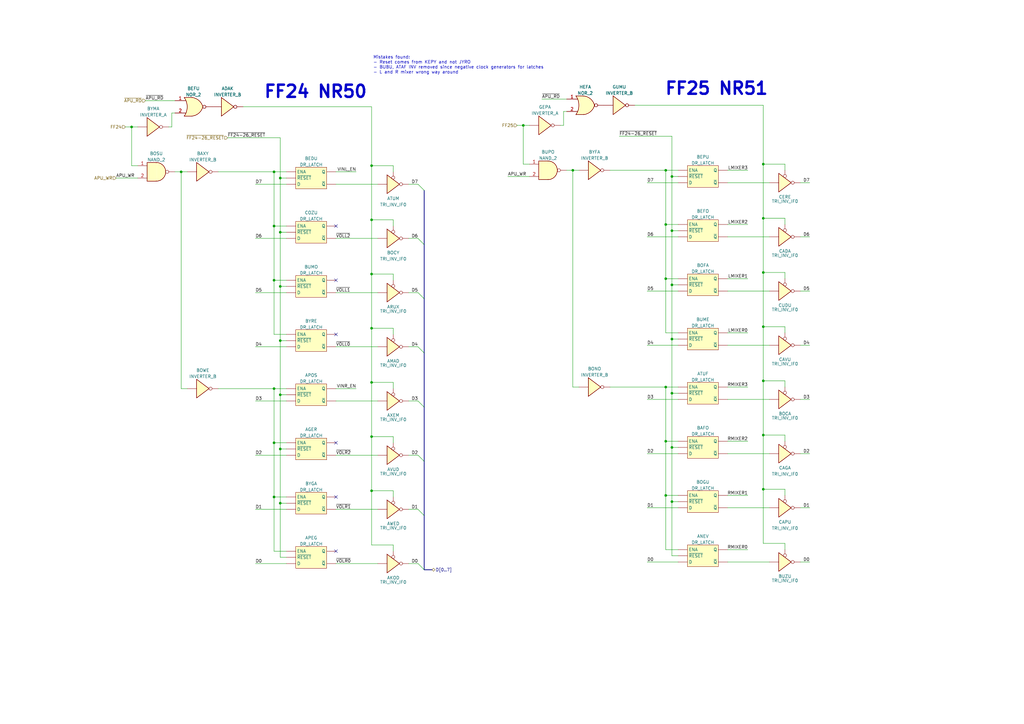
<source format=kicad_sch>
(kicad_sch (version 20211123) (generator eeschema)
  (paper "A3")
  (title_block (title "DMG CPU B") (date "2022-05-02") (rev "0") (company "CC-BY-SA-4.0 Régis Galland & Michael Singer -- Derived work from Furrtek") (comment 1 "https://github.com/msinger/dmg-schematics"))
  (lib_symbols
    (symbol "DMG_CPU_Cells:DR_LATCH" (pin_numbers hide)
      (property "Reference" "U" (at 0 5.715 0))
      (property "Value" "DR_LATCH" (at 0 -5.715 0))
      (symbol "DR_LATCH_0_1"
        (rectangle (start -6.35 4.445) (end 6.35 -4.445) (fill (type background)))
      )
      (symbol "DR_LATCH_1_1"
        (pin input line (at -10.16 2.54 0) (length 3.81) hide (name "~{ENA}") (number "1"))
        (pin input line (at -10.16 -2.54 0) (length 3.81) (name "D") (number "2"))
        (pin input line (at -10.16 2.54 0) (length 3.81) (name "ENA") (number "3"))
        (pin input line (at -10.16 0 0) (length 3.81) (name "~{RESET}") (number "4"))
        (pin output line (at 10.16 2.54 180) (length 3.81) (name "Q") (number "5"))
        (pin output line (at 10.16 -2.54 180) (length 3.81) (name "~{Q}") (number "6"))
      )
    )
    (symbol "DMG_CPU_Cells:INVERTER_A" (pin_numbers hide) (pin_names hide)
      (property "Reference" "U?" (at 0 5.08 0))
      (property "Value" "INVERTER_A" (at 0 -5.08 0))
      (symbol "INVERTER_A_1_0"
        (polyline (pts (xy -2.54 3.81) (xy -2.54 -3.81) (xy 2.54 0) (xy -2.54 3.81)) (stroke (width 0.254)) (fill (type background)))
        (pin input line (at -6.35 0 0) (length 3.81) (name "~") (number "1"))
        (pin output inverted (at 6.35 0 180) (length 3.81) (name "~") (number "2"))
      )
    )
    (symbol "DMG_CPU_Cells:INVERTER_B" (pin_numbers hide) (pin_names hide)
      (property "Reference" "U?" (at 0 5.08 0))
      (property "Value" "INVERTER_B" (at 0 -5.08 0))
      (symbol "INVERTER_B_1_0"
        (polyline (pts (xy -2.54 3.81) (xy -2.54 -3.81) (xy 2.54 0) (xy -2.54 3.81)) (stroke (width 0.254)) (fill (type background)))
        (pin input line (at -6.35 0 0) (length 3.81) (name "~") (number "1"))
        (pin output inverted (at 6.35 0 180) (length 3.81) (name "~") (number "2"))
      )
    )
    (symbol "DMG_CPU_Cells:NAND_2" (pin_names hide)
      (property "Reference" "U" (at 0 5.08 0))
      (property "Value" "NAND_2" (at 0 -5.08 0))
      (symbol "NAND_2_1_1"
        (arc (start 0 -3.81) (mid 3.81 0) (end 0 3.81) (stroke (width 0.254)) (fill (type background)))
        (polyline (pts (xy 0 3.81) (xy -3.81 3.81) (xy -3.81 -3.81) (xy 0 -3.81)) (stroke (width 0.254)) (fill (type background)))
        (pin input line (at -7.62 2.54 0) (length 3.81) (name "~") (number "1"))
        (pin input line (at -7.62 -2.54 0) (length 3.81) (name "~") (number "2"))
        (pin output inverted (at 7.62 0 180) (length 3.81) (name "~") (number "3"))
      )
    )
    (symbol "DMG_CPU_Cells:NOR_2" (pin_names hide)
      (property "Reference" "U" (at 0 5.08 0))
      (property "Value" "NOR_2" (at 0 -5.08 0))
      (symbol "NOR_2_1_1"
        (arc (start -3.8102 -3.81) (mid -2.5892 0) (end -3.8102 3.81) (stroke (width 0.254)))
        (arc (start -0.6098 -3.81) (mid 2.1853 -2.584) (end 3.8098 0) (stroke (width 0.254)) (fill (type background)))
        (polyline (pts (xy -3.8102 -3.81) (xy -0.6352 -3.81)) (stroke (width 0.254)) (fill (type background)))
        (polyline (pts (xy -3.8102 3.81) (xy -0.6352 3.81)) (stroke (width 0.254)) (fill (type background)))
        (polyline (pts (xy -0.6352 3.81) (xy -3.8102 3.81) (xy -3.8102 3.81) (xy -3.5562 3.4036) (xy -3.0228 2.2606) (xy -2.6926 1.0414) (xy -2.6164 -0.254) (xy -2.7688 -1.4986) (xy -3.1752 -2.7178) (xy -3.8102 -3.81) (xy -3.8102 -3.81) (xy -0.6352 -3.81)) (stroke (width -25.4)) (fill (type background)))
        (arc (start 3.8098 0) (mid 2.1926 2.5925) (end -0.6098 3.81) (stroke (width 0.254)) (fill (type background)))
        (pin input line (at -7.62 2.54 0) (length 4.4) (name "~") (number "1"))
        (pin input line (at -7.62 -2.54 0) (length 4.4) (name "~") (number "2"))
        (pin output inverted (at 7.62 0 180) (length 3.81) (name "~") (number "3"))
      )
    )
    (symbol "DMG_CPU_Cells:TRI_INV_IF0" (pin_numbers hide) (pin_names hide)
      (property "Reference" "U?" (at 0 -5.08 0))
      (property "Value" "TRI_INV_IF0" (at 0 -7.62 0))
      (symbol "TRI_INV_IF0_1_0"
        (polyline (pts (xy -2.54 3.81) (xy -2.54 -3.81) (xy 2.54 0) (xy -2.54 3.81)) (stroke (width 0.254)) (fill (type background)))
        (pin input line (at -6.35 0 0) (length 3.81) (name "~") (number "2"))
        (pin tri_state inverted (at 6.35 0 180) (length 3.81) (name "~") (number "3"))
      )
      (symbol "TRI_INV_IF0_1_1"
        (pin input inverted (at 0 5.08 270) (length 3) (name "~{ENA}") (number "1"))
      )
    )
  )
  (junction (at 112.395 159.385))
  (junction (at 114.935 117.475))
  (junction (at 275.59 72.39))
  (junction (at 112.395 114.935))
  (junction (at 114.935 139.7))
  (junction (at 273.05 92.075))
  (junction (at 273.05 114.3))
  (junction (at 112.395 92.71))
  (junction (at 273.05 69.85))
  (junction (at 152.4 134.62))
  (junction (at 275.59 205.74))
  (junction (at 313.055 178.435))
  (junction (at 214.63 51.435))
  (junction (at 152.4 179.07))
  (junction (at 112.395 203.835))
  (junction (at 114.935 184.15))
  (junction (at 152.4 90.17))
  (junction (at 275.59 183.515))
  (junction (at 152.4 156.845))
  (junction (at 112.395 181.61))
  (junction (at 273.05 203.2))
  (junction (at 152.4 112.395))
  (junction (at 313.055 200.66))
  (junction (at 114.935 95.25))
  (junction (at 275.59 139.065))
  (junction (at 275.59 116.84))
  (junction (at 275.59 161.29))
  (junction (at 112.395 70.485))
  (junction (at 273.05 158.75))
  (junction (at 313.055 133.985))
  (junction (at 313.055 89.535))
  (junction (at 53.975 52.07))
  (junction (at 152.4 201.295))
  (junction (at 313.055 67.31))
  (junction (at 74.295 70.485))
  (junction (at 275.59 94.615))
  (junction (at 114.935 206.375))
  (junction (at 313.055 111.76))
  (junction (at 234.95 69.85))
  (junction (at 114.935 73.025))
  (junction (at 114.935 161.925))
  (junction (at 152.4 67.945))
  (junction (at 273.05 180.975))
  (junction (at 313.055 156.21))
  (no_connect (at 137.795 92.71))
  (no_connect (at 137.795 181.61))
  (no_connect (at 137.795 137.16))
  (no_connect (at 137.795 226.06))
  (no_connect (at 137.795 203.835))
  (no_connect (at 137.795 114.935))
  (bus_entry (at 171.45 75.565) (size 2.54 2.54))
  (bus_entry (at 171.45 142.24) (size 2.54 2.54))
  (bus_entry (at 171.45 120.015) (size 2.54 2.54))
  (bus_entry (at 171.45 97.79) (size 2.54 2.54))
  (bus_entry (at 171.45 164.465) (size 2.54 2.54))
  (bus_entry (at 171.45 186.69) (size 2.54 2.54))
  (bus_entry (at 171.45 231.14) (size 2.54 2.54))
  (bus_entry (at 171.45 208.915) (size 2.54 2.54))
  (wire (pts (xy 275.59 139.065) (xy 278.13 139.065)))
  (wire (pts (xy 167.64 97.79) (xy 171.45 97.79)))
  (wire (pts (xy 167.64 120.015) (xy 171.45 120.015)))
  (wire (pts (xy 273.05 69.85) (xy 273.05 92.075)))
  (wire (pts (xy 313.055 67.31) (xy 313.055 89.535)))
  (wire (pts (xy 167.64 186.69) (xy 171.45 186.69)))
  (wire (pts (xy 298.45 225.425) (xy 306.705 225.425)))
  (wire (pts (xy 273.05 180.975) (xy 278.13 180.975)))
  (wire (pts (xy 275.59 139.065) (xy 275.59 161.29)))
  (wire (pts (xy 275.59 183.515) (xy 278.13 183.515)))
  (wire (pts (xy 273.05 158.75) (xy 273.05 180.975)))
  (wire (pts (xy 74.295 159.385) (xy 76.835 159.385)))
  (wire (pts (xy 298.45 230.505) (xy 315.595 230.505)))
  (wire (pts (xy 298.45 92.075) (xy 306.705 92.075)))
  (wire (pts (xy 275.59 161.29) (xy 275.59 183.515)))
  (bus (pts (xy 173.99 211.455) (xy 173.99 233.68)))
  (wire (pts (xy 313.055 89.535) (xy 313.055 111.76)))
  (wire (pts (xy 53.975 52.07) (xy 56.515 52.07)))
  (wire (pts (xy 298.45 180.975) (xy 306.705 180.975)))
  (wire (pts (xy 313.055 200.66) (xy 321.945 200.66)))
  (wire (pts (xy 321.945 200.66) (xy 321.945 203.2)))
  (wire (pts (xy 53.975 52.07) (xy 53.975 67.945)))
  (wire (pts (xy 114.935 73.025) (xy 117.475 73.025)))
  (wire (pts (xy 70.485 46.355) (xy 71.755 46.355)))
  (wire (pts (xy 275.59 94.615) (xy 278.13 94.615)))
  (wire (pts (xy 104.775 186.69) (xy 117.475 186.69)))
  (wire (pts (xy 114.935 73.025) (xy 114.935 95.25)))
  (wire (pts (xy 298.45 119.38) (xy 315.595 119.38)))
  (wire (pts (xy 167.64 208.915) (xy 171.45 208.915)))
  (wire (pts (xy 313.055 111.76) (xy 313.055 133.985)))
  (wire (pts (xy 222.25 40.64) (xy 232.41 40.64)))
  (wire (pts (xy 328.295 208.28) (xy 332.105 208.28)))
  (wire (pts (xy 152.4 67.945) (xy 152.4 90.17)))
  (wire (pts (xy 114.935 95.25) (xy 117.475 95.25)))
  (wire (pts (xy 265.43 119.38) (xy 278.13 119.38)))
  (wire (pts (xy 161.29 201.295) (xy 161.29 203.835)))
  (wire (pts (xy 275.59 94.615) (xy 275.59 116.84)))
  (wire (pts (xy 273.05 203.2) (xy 273.05 225.425)))
  (wire (pts (xy 161.29 67.945) (xy 161.29 70.485)))
  (wire (pts (xy 273.05 225.425) (xy 278.13 225.425)))
  (wire (pts (xy 328.295 119.38) (xy 332.105 119.38)))
  (wire (pts (xy 114.935 206.375) (xy 114.935 228.6)))
  (wire (pts (xy 328.295 230.505) (xy 332.105 230.505)))
  (wire (pts (xy 265.43 163.83) (xy 278.13 163.83)))
  (wire (pts (xy 328.295 97.155) (xy 332.105 97.155)))
  (bus (pts (xy 173.99 100.33) (xy 173.99 122.555)))
  (wire (pts (xy 137.795 75.565) (xy 154.94 75.565)))
  (wire (pts (xy 313.055 133.985) (xy 321.945 133.985)))
  (wire (pts (xy 89.535 70.485) (xy 112.395 70.485)))
  (wire (pts (xy 152.4 179.07) (xy 161.29 179.07)))
  (wire (pts (xy 152.4 223.52) (xy 161.29 223.52)))
  (wire (pts (xy 212.09 51.435) (xy 214.63 51.435)))
  (wire (pts (xy 313.055 67.31) (xy 321.945 67.31)))
  (wire (pts (xy 152.4 179.07) (xy 152.4 201.295)))
  (wire (pts (xy 112.395 114.935) (xy 117.475 114.935)))
  (wire (pts (xy 152.4 67.945) (xy 161.29 67.945)))
  (wire (pts (xy 313.055 200.66) (xy 313.055 222.885)))
  (wire (pts (xy 114.935 228.6) (xy 117.475 228.6)))
  (wire (pts (xy 137.795 97.79) (xy 154.94 97.79)))
  (wire (pts (xy 167.64 75.565) (xy 171.45 75.565)))
  (wire (pts (xy 298.45 69.85) (xy 306.705 69.85)))
  (wire (pts (xy 275.59 205.74) (xy 278.13 205.74)))
  (wire (pts (xy 313.055 222.885) (xy 321.945 222.885)))
  (wire (pts (xy 161.29 156.845) (xy 161.29 159.385)))
  (wire (pts (xy 321.945 178.435) (xy 321.945 180.975)))
  (wire (pts (xy 232.41 69.85) (xy 234.95 69.85)))
  (wire (pts (xy 275.59 55.88) (xy 275.59 72.39)))
  (wire (pts (xy 265.43 230.505) (xy 278.13 230.505)))
  (wire (pts (xy 104.775 120.015) (xy 117.475 120.015)))
  (wire (pts (xy 275.59 205.74) (xy 275.59 227.965)))
  (wire (pts (xy 71.755 70.485) (xy 74.295 70.485)))
  (wire (pts (xy 112.395 181.61) (xy 112.395 203.835)))
  (wire (pts (xy 152.4 134.62) (xy 161.29 134.62)))
  (wire (pts (xy 161.29 223.52) (xy 161.29 226.06)))
  (wire (pts (xy 313.055 89.535) (xy 321.945 89.535)))
  (wire (pts (xy 234.95 69.85) (xy 234.95 158.75)))
  (wire (pts (xy 265.43 186.055) (xy 278.13 186.055)))
  (wire (pts (xy 167.64 164.465) (xy 171.45 164.465)))
  (wire (pts (xy 89.535 159.385) (xy 112.395 159.385)))
  (wire (pts (xy 275.59 72.39) (xy 278.13 72.39)))
  (wire (pts (xy 59.69 41.275) (xy 71.755 41.275)))
  (wire (pts (xy 275.59 116.84) (xy 278.13 116.84)))
  (wire (pts (xy 47.625 73.025) (xy 56.515 73.025)))
  (wire (pts (xy 275.59 116.84) (xy 275.59 139.065)))
  (wire (pts (xy 234.95 69.85) (xy 237.49 69.85)))
  (wire (pts (xy 137.795 186.69) (xy 154.94 186.69)))
  (wire (pts (xy 321.945 133.985) (xy 321.945 136.525)))
  (wire (pts (xy 104.775 75.565) (xy 117.475 75.565)))
  (wire (pts (xy 298.45 186.055) (xy 315.595 186.055)))
  (wire (pts (xy 74.295 70.485) (xy 76.835 70.485)))
  (wire (pts (xy 112.395 159.385) (xy 117.475 159.385)))
  (bus (pts (xy 173.99 78.105) (xy 173.99 100.33)))
  (wire (pts (xy 70.485 52.07) (xy 70.485 46.355)))
  (wire (pts (xy 114.935 139.7) (xy 117.475 139.7)))
  (wire (pts (xy 298.45 141.605) (xy 315.595 141.605)))
  (wire (pts (xy 265.43 141.605) (xy 278.13 141.605)))
  (wire (pts (xy 273.05 69.85) (xy 278.13 69.85)))
  (wire (pts (xy 112.395 92.71) (xy 117.475 92.71)))
  (wire (pts (xy 114.935 117.475) (xy 114.935 139.7)))
  (wire (pts (xy 152.4 90.17) (xy 152.4 112.395)))
  (wire (pts (xy 112.395 70.485) (xy 112.395 92.71)))
  (bus (pts (xy 173.99 233.68) (xy 177.165 233.68)))
  (wire (pts (xy 313.055 178.435) (xy 313.055 200.66)))
  (wire (pts (xy 321.945 67.31) (xy 321.945 69.85)))
  (wire (pts (xy 321.945 222.885) (xy 321.945 225.425)))
  (wire (pts (xy 250.19 69.85) (xy 273.05 69.85)))
  (wire (pts (xy 321.945 89.535) (xy 321.945 92.075)))
  (wire (pts (xy 137.795 231.14) (xy 154.94 231.14)))
  (wire (pts (xy 104.775 97.79) (xy 117.475 97.79)))
  (wire (pts (xy 328.295 141.605) (xy 332.105 141.605)))
  (wire (pts (xy 298.45 203.2) (xy 306.705 203.2)))
  (wire (pts (xy 214.63 67.31) (xy 217.17 67.31)))
  (wire (pts (xy 229.87 51.435) (xy 231.14 51.435)))
  (wire (pts (xy 114.935 161.925) (xy 114.935 184.15)))
  (wire (pts (xy 112.395 226.06) (xy 117.475 226.06)))
  (wire (pts (xy 298.45 208.28) (xy 315.595 208.28)))
  (wire (pts (xy 313.055 156.21) (xy 313.055 178.435)))
  (wire (pts (xy 273.05 203.2) (xy 278.13 203.2)))
  (wire (pts (xy 298.45 158.75) (xy 306.705 158.75)))
  (wire (pts (xy 137.795 120.015) (xy 154.94 120.015)))
  (wire (pts (xy 161.29 134.62) (xy 161.29 137.16)))
  (wire (pts (xy 167.64 142.24) (xy 171.45 142.24)))
  (wire (pts (xy 313.055 178.435) (xy 321.945 178.435)))
  (wire (pts (xy 137.795 142.24) (xy 154.94 142.24)))
  (wire (pts (xy 161.29 112.395) (xy 161.29 114.935)))
  (wire (pts (xy 112.395 70.485) (xy 117.475 70.485)))
  (wire (pts (xy 275.59 183.515) (xy 275.59 205.74)))
  (wire (pts (xy 114.935 56.515) (xy 93.345 56.515)))
  (wire (pts (xy 114.935 117.475) (xy 117.475 117.475)))
  (wire (pts (xy 313.055 133.985) (xy 313.055 156.21)))
  (wire (pts (xy 114.935 206.375) (xy 117.475 206.375)))
  (wire (pts (xy 112.395 92.71) (xy 112.395 114.935)))
  (wire (pts (xy 114.935 95.25) (xy 114.935 117.475)))
  (wire (pts (xy 250.19 158.75) (xy 273.05 158.75)))
  (wire (pts (xy 114.935 56.515) (xy 114.935 73.025)))
  (wire (pts (xy 273.05 180.975) (xy 273.05 203.2)))
  (wire (pts (xy 298.45 136.525) (xy 306.705 136.525)))
  (wire (pts (xy 112.395 114.935) (xy 112.395 137.16)))
  (wire (pts (xy 74.295 70.485) (xy 74.295 159.385)))
  (bus (pts (xy 173.99 189.23) (xy 173.99 211.455)))
  (wire (pts (xy 152.4 112.395) (xy 152.4 134.62)))
  (wire (pts (xy 231.14 51.435) (xy 231.14 45.72)))
  (wire (pts (xy 112.395 203.835) (xy 117.475 203.835)))
  (wire (pts (xy 265.43 208.28) (xy 278.13 208.28)))
  (wire (pts (xy 137.795 159.385) (xy 146.05 159.385)))
  (wire (pts (xy 234.95 158.75) (xy 237.49 158.75)))
  (wire (pts (xy 112.395 181.61) (xy 117.475 181.61)))
  (wire (pts (xy 273.05 114.3) (xy 273.05 136.525)))
  (wire (pts (xy 328.295 186.055) (xy 332.105 186.055)))
  (wire (pts (xy 53.975 67.945) (xy 56.515 67.945)))
  (wire (pts (xy 152.4 43.815) (xy 152.4 67.945)))
  (wire (pts (xy 137.795 164.465) (xy 154.94 164.465)))
  (wire (pts (xy 273.05 136.525) (xy 278.13 136.525)))
  (bus (pts (xy 173.99 122.555) (xy 173.99 144.78)))
  (wire (pts (xy 112.395 203.835) (xy 112.395 226.06)))
  (wire (pts (xy 137.795 70.485) (xy 146.05 70.485)))
  (wire (pts (xy 208.28 72.39) (xy 217.17 72.39)))
  (wire (pts (xy 99.695 43.815) (xy 152.4 43.815)))
  (wire (pts (xy 152.4 112.395) (xy 161.29 112.395)))
  (wire (pts (xy 152.4 201.295) (xy 161.29 201.295)))
  (wire (pts (xy 104.775 231.14) (xy 117.475 231.14)))
  (wire (pts (xy 275.59 161.29) (xy 278.13 161.29)))
  (wire (pts (xy 152.4 156.845) (xy 152.4 179.07)))
  (wire (pts (xy 313.055 111.76) (xy 321.945 111.76)))
  (wire (pts (xy 321.945 111.76) (xy 321.945 114.3)))
  (wire (pts (xy 114.935 161.925) (xy 117.475 161.925)))
  (bus (pts (xy 173.99 144.78) (xy 173.99 167.005)))
  (wire (pts (xy 328.295 74.93) (xy 332.105 74.93)))
  (wire (pts (xy 273.05 92.075) (xy 278.13 92.075)))
  (wire (pts (xy 152.4 156.845) (xy 161.29 156.845)))
  (wire (pts (xy 298.45 74.93) (xy 315.595 74.93)))
  (wire (pts (xy 265.43 74.93) (xy 278.13 74.93)))
  (bus (pts (xy 173.99 167.005) (xy 173.99 189.23)))
  (wire (pts (xy 275.59 72.39) (xy 275.59 94.615)))
  (wire (pts (xy 273.05 114.3) (xy 278.13 114.3)))
  (wire (pts (xy 214.63 51.435) (xy 217.17 51.435)))
  (wire (pts (xy 114.935 184.15) (xy 117.475 184.15)))
  (wire (pts (xy 112.395 137.16) (xy 117.475 137.16)))
  (wire (pts (xy 104.775 142.24) (xy 117.475 142.24)))
  (wire (pts (xy 104.775 208.915) (xy 117.475 208.915)))
  (wire (pts (xy 313.055 156.21) (xy 321.945 156.21)))
  (wire (pts (xy 273.05 92.075) (xy 273.05 114.3)))
  (wire (pts (xy 137.795 208.915) (xy 154.94 208.915)))
  (wire (pts (xy 112.395 159.385) (xy 112.395 181.61)))
  (wire (pts (xy 69.215 52.07) (xy 70.485 52.07)))
  (wire (pts (xy 275.59 227.965) (xy 278.13 227.965)))
  (wire (pts (xy 161.29 90.17) (xy 161.29 92.71)))
  (wire (pts (xy 313.055 43.18) (xy 313.055 67.31)))
  (wire (pts (xy 214.63 51.435) (xy 214.63 67.31)))
  (wire (pts (xy 265.43 97.155) (xy 278.13 97.155)))
  (wire (pts (xy 321.945 156.21) (xy 321.945 158.75)))
  (wire (pts (xy 152.4 134.62) (xy 152.4 156.845)))
  (wire (pts (xy 114.935 184.15) (xy 114.935 206.375)))
  (wire (pts (xy 273.05 158.75) (xy 278.13 158.75)))
  (wire (pts (xy 328.295 163.83) (xy 332.105 163.83)))
  (wire (pts (xy 298.45 97.155) (xy 315.595 97.155)))
  (wire (pts (xy 152.4 201.295) (xy 152.4 223.52)))
  (wire (pts (xy 114.935 139.7) (xy 114.935 161.925)))
  (wire (pts (xy 104.775 164.465) (xy 117.475 164.465)))
  (wire (pts (xy 152.4 90.17) (xy 161.29 90.17)))
  (wire (pts (xy 298.45 114.3) (xy 306.705 114.3)))
  (wire (pts (xy 275.59 55.88) (xy 254 55.88)))
  (wire (pts (xy 167.64 231.14) (xy 171.45 231.14)))
  (wire (pts (xy 231.14 45.72) (xy 232.41 45.72)))
  (wire (pts (xy 298.45 163.83) (xy 315.595 163.83)))
  (wire (pts (xy 51.435 52.07) (xy 53.975 52.07)))
  (wire (pts (xy 260.35 43.18) (xy 313.055 43.18)))
  (wire (pts (xy 161.29 179.07) (xy 161.29 181.61)))
  (text "FF24 NR50\n" (at 107.95 40.64 0) (effects (font (size 5 5) (thickness 1) bold) (justify left bottom)))
  (text "Mistakes found: \n- Reset comes from KEPY and not JYRO\n- BUBU, ATAF INV removed since negative clock generators for latches\n- L and R mixer wrong way around" (at 153.035 30.48 0) (effects (font (size 1.27 1.27)) (justify left bottom)))
  (text "FF25 NR51\n" (at 272.415 39.37 0) (effects (font (size 5 5) (thickness 1) bold) (justify left bottom)))
  (label "RMIXER2" (at 306.705 180.975 180))
  (label "D4" (at 171.45 142.24 180))
  (label "D0" (at 265.43 230.505 0))
  (label "D7" (at 265.43 74.93 0))
  (label "LMIXER1" (at 306.705 114.3 180))
  (label "D1" (at 171.45 208.915 180))
  (label "D0" (at 171.45 231.14 180))
  (label "D2" (at 332.105 186.055 180))
  (label "D0" (at 332.105 230.505 180))
  (label "D3" (at 171.45 164.465 180))
  (label "D1" (at 265.43 208.28 0))
  (label "D7" (at 332.105 74.93 180))
  (label "~{VOLL2}" (at 137.795 97.79 0))
  (label "D2" (at 265.43 186.055 0))
  (label "D6" (at 332.105 97.155 180))
  (label "D1" (at 332.105 208.28 180))
  (label "D0" (at 104.775 231.14 0))
  (label "D5" (at 104.775 120.015 0))
  (label "D6" (at 171.45 97.79 180))
  (label "~{APU_RD}" (at 222.25 40.64 0))
  (label "D5" (at 265.43 119.38 0))
  (label "LMIXER3" (at 306.705 69.85 180))
  (label "~{VOLL0}" (at 137.795 142.24 0))
  (label "D1" (at 104.775 208.915 0))
  (label "LMIXER0" (at 306.705 136.525 180))
  (label "~{VOLR2}" (at 137.795 186.69 0))
  (label "VINR_EN" (at 146.05 159.385 180))
  (label "RMIXER0" (at 306.705 225.425 180))
  (label "D6" (at 104.775 97.79 0))
  (label "~{FF24-26_RESET}" (at 254 55.88 0))
  (label "~{APU_RD}" (at 59.69 41.275 0))
  (label "D7" (at 104.775 75.565 0))
  (label "D3" (at 265.43 163.83 0))
  (label "D2" (at 104.775 186.69 0))
  (label "D4" (at 265.43 141.605 0))
  (label "D7" (at 171.45 75.565 180))
  (label "VINL_EN" (at 146.05 70.485 180))
  (label "RMIXER3" (at 306.705 158.75 180))
  (label "~{FF24-26_RESET}" (at 93.345 56.515 0))
  (label "D5" (at 171.45 120.015 180))
  (label "RMIXER1" (at 306.705 203.2 180))
  (label "APU_WR" (at 208.28 72.39 0))
  (label "D3" (at 332.105 163.83 180))
  (label "~{VOLR0}" (at 137.795 231.14 0))
  (label "D4" (at 332.105 141.605 180))
  (label "D5" (at 332.105 119.38 180))
  (label "D3" (at 104.775 164.465 0))
  (label "LMIXER2" (at 306.705 92.075 180))
  (label "APU_WR" (at 47.625 73.025 0))
  (label "D4" (at 104.775 142.24 0))
  (label "~{VOLL1}" (at 137.795 120.015 0))
  (label "~{VOLR1}" (at 137.795 208.915 0))
  (label "D2" (at 171.45 186.69 180))
  (label "D6" (at 265.43 97.155 0))
  (hierarchical_label "~{FF24-26_RESET}" (shape input) (at 93.345 56.515 180))
  (hierarchical_label "FF25" (shape input) (at 212.09 51.435 180))
  (hierarchical_label "APU_WR" (shape input) (at 47.625 73.025 180))
  (hierarchical_label "D[0..7]" (shape bidirectional) (at 177.165 233.68 0))
  (hierarchical_label "~{APU_RD}" (shape input) (at 59.69 41.275 180))
  (hierarchical_label "FF24" (shape input) (at 51.435 52.07 180))
  (symbol (lib_id "DMG_CPU_Cells:NAND_2") (at 224.79 69.85 0) (unit 1)
    (property "Reference" "BUPO" (at 224.79 62.3402 0))
    (property "Value" "NAND_2" (at 224.79 64.8771 0))
    (property "Datasheet" "http://iceboy.a-singer.de/doc/dmg_cells.html#nand2" (effects hide))
  )
  (symbol (lib_id "DMG_CPU_Cells:INVERTER_B") (at 243.84 69.85 0) (unit 1)
    (property "Reference" "BYFA" (at 243.84 62.3402 0))
    (property "Value" "INVERTER_B" (at 243.84 64.8771 0))
    (property "Datasheet" "http://iceboy.a-singer.de/doc/dmg_cells.html#inv_b" (effects hide))
  )
  (symbol (lib_id "DMG_CPU_Cells:DR_LATCH") (at 127.635 184.15 0) (unit 1)
    (property "Reference" "AGER" (at 127.635 176.1322 0))
    (property "Value" "DR_LATCH" (at 127.635 178.6691 0))
    (property "Datasheet" "http://iceboy.a-singer.de/doc/dmg_cells.html#drlatch" (effects hide))
  )
  (symbol (lib_id "DMG_CPU_Cells:INVERTER_B") (at 83.185 70.485 0) (unit 1)
    (property "Reference" "BAXY" (at 83.185 62.9752 0))
    (property "Value" "INVERTER_B" (at 83.185 65.5121 0))
    (property "Datasheet" "http://iceboy.a-singer.de/doc/dmg_cells.html#inv_b" (effects hide))
  )
  (symbol (lib_id "DMG_CPU_Cells:TRI_INV_IF0") (at 161.29 120.015 0) (unit 1)
    (property "Reference" "ARUX" (at 161.29 125.8554 0))
    (property "Value" "TRI_INV_IF0" (at 161.29 127.635 0))
    (property "Datasheet" "http://iceboy.a-singer.de/doc/dmg_cells.html#tri_inv_if0" (effects hide))
  )
  (symbol (lib_id "DMG_CPU_Cells:DR_LATCH") (at 288.29 205.74 0) (unit 1)
    (property "Reference" "BOGU" (at 288.29 197.7222 0))
    (property "Value" "DR_LATCH" (at 288.29 200.2591 0))
    (property "Datasheet" "http://iceboy.a-singer.de/doc/dmg_cells.html#drlatch" (effects hide))
  )
  (symbol (lib_id "DMG_CPU_Cells:NOR_2") (at 240.03 43.18 0) (unit 1)
    (property "Reference" "HEFA" (at 240.0298 35.6702 0))
    (property "Value" "NOR_2" (at 240.0298 38.2071 0))
    (property "Datasheet" "http://iceboy.a-singer.de/doc/dmg_cells.html#nor2" (effects hide))
  )
  (symbol (lib_id "DMG_CPU_Cells:TRI_INV_IF0") (at 321.945 163.83 0) (unit 1)
    (property "Reference" "BOCA" (at 321.945 169.6704 0))
    (property "Value" "TRI_INV_IF0" (at 321.945 171.45 0))
    (property "Datasheet" "http://iceboy.a-singer.de/doc/dmg_cells.html#tri_inv_if0" (effects hide))
  )
  (symbol (lib_id "DMG_CPU_Cells:INVERTER_B") (at 243.84 158.75 0) (unit 1)
    (property "Reference" "BONO" (at 243.84 151.2402 0))
    (property "Value" "INVERTER_B" (at 243.84 153.7771 0))
    (property "Datasheet" "http://iceboy.a-singer.de/doc/dmg_cells.html#inv_b" (effects hide))
  )
  (symbol (lib_id "DMG_CPU_Cells:DR_LATCH") (at 288.29 94.615 0) (unit 1)
    (property "Reference" "BEFO" (at 288.29 86.5972 0))
    (property "Value" "DR_LATCH" (at 288.29 89.1341 0))
    (property "Datasheet" "http://iceboy.a-singer.de/doc/dmg_cells.html#drlatch" (effects hide))
  )
  (symbol (lib_id "DMG_CPU_Cells:INVERTER_B") (at 254 43.18 0) (unit 1)
    (property "Reference" "GUMU" (at 254 35.6702 0))
    (property "Value" "INVERTER_B" (at 254 38.2071 0))
    (property "Datasheet" "http://iceboy.a-singer.de/doc/dmg_cells.html#inv_b" (effects hide))
  )
  (symbol (lib_id "DMG_CPU_Cells:TRI_INV_IF0") (at 321.945 208.28 0) (unit 1)
    (property "Reference" "CAPU" (at 321.945 214.1204 0))
    (property "Value" "TRI_INV_IF0" (at 321.945 216.6573 0))
    (property "Datasheet" "http://iceboy.a-singer.de/doc/dmg_cells.html#tri_inv_if0" (effects hide))
  )
  (symbol (lib_id "DMG_CPU_Cells:DR_LATCH") (at 288.29 227.965 0) (unit 1)
    (property "Reference" "ANEV" (at 288.29 219.9472 0))
    (property "Value" "DR_LATCH" (at 288.29 222.4841 0))
    (property "Datasheet" "http://iceboy.a-singer.de/doc/dmg_cells.html#drlatch" (effects hide))
  )
  (symbol (lib_id "DMG_CPU_Cells:DR_LATCH") (at 127.635 139.7 0) (unit 1)
    (property "Reference" "BYRE" (at 127.635 131.6822 0))
    (property "Value" "DR_LATCH" (at 127.635 134.2191 0))
    (property "Datasheet" "http://iceboy.a-singer.de/doc/dmg_cells.html#drlatch" (effects hide))
  )
  (symbol (lib_id "DMG_CPU_Cells:DR_LATCH") (at 288.29 72.39 0) (unit 1)
    (property "Reference" "BEPU" (at 288.29 64.3722 0))
    (property "Value" "DR_LATCH" (at 288.29 66.9091 0))
    (property "Datasheet" "http://iceboy.a-singer.de/doc/dmg_cells.html#drlatch" (effects hide))
  )
  (symbol (lib_id "DMG_CPU_Cells:DR_LATCH") (at 127.635 228.6 0) (unit 1)
    (property "Reference" "APEG" (at 127.635 220.5822 0))
    (property "Value" "DR_LATCH" (at 127.635 223.1191 0))
    (property "Datasheet" "http://iceboy.a-singer.de/doc/dmg_cells.html#drlatch" (effects hide))
  )
  (symbol (lib_id "DMG_CPU_Cells:TRI_INV_IF0") (at 161.29 97.79 0) (unit 1)
    (property "Reference" "BOCY" (at 161.29 103.6304 0))
    (property "Value" "TRI_INV_IF0" (at 161.29 106.1673 0))
    (property "Datasheet" "http://iceboy.a-singer.de/doc/dmg_cells.html#tri_inv_if0" (effects hide))
  )
  (symbol (lib_id "DMG_CPU_Cells:TRI_INV_IF0") (at 321.945 141.605 0) (unit 1)
    (property "Reference" "CAVU" (at 321.945 147.4454 0))
    (property "Value" "TRI_INV_IF0" (at 321.945 149.225 0))
    (property "Datasheet" "http://iceboy.a-singer.de/doc/dmg_cells.html#tri_inv_if0" (effects hide))
  )
  (symbol (lib_id "DMG_CPU_Cells:DR_LATCH") (at 127.635 73.025 0) (unit 1)
    (property "Reference" "BEDU" (at 127.635 65.0072 0))
    (property "Value" "DR_LATCH" (at 127.635 67.5441 0))
    (property "Datasheet" "http://iceboy.a-singer.de/doc/dmg_cells.html#drlatch" (effects hide))
  )
  (symbol (lib_id "DMG_CPU_Cells:DR_LATCH") (at 288.29 116.84 0) (unit 1)
    (property "Reference" "BOFA" (at 288.29 108.8222 0))
    (property "Value" "DR_LATCH" (at 288.29 111.3591 0))
    (property "Datasheet" "http://iceboy.a-singer.de/doc/dmg_cells.html#drlatch" (effects hide))
  )
  (symbol (lib_id "DMG_CPU_Cells:NOR_2") (at 79.375 43.815 0) (unit 1)
    (property "Reference" "BEFU" (at 79.3748 36.3052 0))
    (property "Value" "NOR_2" (at 79.3748 38.8421 0))
    (property "Datasheet" "http://iceboy.a-singer.de/doc/dmg_cells.html#nor2" (effects hide))
  )
  (symbol (lib_id "DMG_CPU_Cells:DR_LATCH") (at 288.29 161.29 0) (unit 1)
    (property "Reference" "ATUF" (at 288.29 153.2722 0))
    (property "Value" "DR_LATCH" (at 288.29 155.8091 0))
    (property "Datasheet" "http://iceboy.a-singer.de/doc/dmg_cells.html#drlatch" (effects hide))
  )
  (symbol (lib_id "DMG_CPU_Cells:TRI_INV_IF0") (at 161.29 208.915 0) (unit 1)
    (property "Reference" "AWED" (at 161.29 214.7554 0))
    (property "Value" "TRI_INV_IF0" (at 161.29 216.535 0))
    (property "Datasheet" "http://iceboy.a-singer.de/doc/dmg_cells.html#tri_inv_if0" (effects hide))
  )
  (symbol (lib_id "DMG_CPU_Cells:DR_LATCH") (at 127.635 117.475 0) (unit 1)
    (property "Reference" "BUMO" (at 127.635 109.4572 0))
    (property "Value" "DR_LATCH" (at 127.635 111.9941 0))
    (property "Datasheet" "http://iceboy.a-singer.de/doc/dmg_cells.html#drlatch" (effects hide))
  )
  (symbol (lib_id "DMG_CPU_Cells:DR_LATCH") (at 127.635 206.375 0) (unit 1)
    (property "Reference" "BYGA" (at 127.635 198.3572 0))
    (property "Value" "DR_LATCH" (at 127.635 200.8941 0))
    (property "Datasheet" "http://iceboy.a-singer.de/doc/dmg_cells.html#drlatch" (effects hide))
  )
  (symbol (lib_id "DMG_CPU_Cells:TRI_INV_IF0") (at 161.29 186.69 0) (unit 1)
    (property "Reference" "AVUD" (at 161.29 192.5304 0))
    (property "Value" "TRI_INV_IF0" (at 161.29 194.31 0))
    (property "Datasheet" "http://iceboy.a-singer.de/doc/dmg_cells.html#tri_inv_if0" (effects hide))
  )
  (symbol (lib_id "DMG_CPU_Cells:TRI_INV_IF0") (at 321.945 186.055 0) (unit 1)
    (property "Reference" "CAGA" (at 321.945 191.8954 0))
    (property "Value" "TRI_INV_IF0" (at 321.945 194.4323 0))
    (property "Datasheet" "http://iceboy.a-singer.de/doc/dmg_cells.html#tri_inv_if0" (effects hide))
  )
  (symbol (lib_id "DMG_CPU_Cells:INVERTER_B") (at 93.345 43.815 0) (unit 1)
    (property "Reference" "ADAK" (at 93.345 36.3052 0))
    (property "Value" "INVERTER_B" (at 93.345 38.8421 0))
    (property "Datasheet" "http://iceboy.a-singer.de/doc/dmg_cells.html#inv_b" (effects hide))
  )
  (symbol (lib_id "DMG_CPU_Cells:DR_LATCH") (at 288.29 139.065 0) (unit 1)
    (property "Reference" "BUME" (at 288.29 131.0472 0))
    (property "Value" "DR_LATCH" (at 288.29 133.5841 0))
    (property "Datasheet" "http://iceboy.a-singer.de/doc/dmg_cells.html#drlatch" (effects hide))
  )
  (symbol (lib_id "DMG_CPU_Cells:INVERTER_A") (at 223.52 51.435 0) (unit 1)
    (property "Reference" "GEPA" (at 223.52 43.9252 0))
    (property "Value" "INVERTER_A" (at 223.52 46.4621 0))
    (property "Datasheet" "http://iceboy.a-singer.de/doc/dmg_cells.html#inv_a" (effects hide))
  )
  (symbol (lib_id "DMG_CPU_Cells:NAND_2") (at 64.135 70.485 0) (unit 1)
    (property "Reference" "BOSU" (at 64.135 62.9752 0))
    (property "Value" "NAND_2" (at 64.135 65.5121 0))
    (property "Datasheet" "http://iceboy.a-singer.de/doc/dmg_cells.html#nand2" (effects hide))
  )
  (symbol (lib_id "DMG_CPU_Cells:TRI_INV_IF0") (at 321.945 230.505 0) (unit 1)
    (property "Reference" "BUZU" (at 321.945 236.3454 0))
    (property "Value" "TRI_INV_IF0" (at 321.945 238.125 0))
    (property "Datasheet" "http://iceboy.a-singer.de/doc/dmg_cells.html#tri_inv_if0" (effects hide))
  )
  (symbol (lib_id "DMG_CPU_Cells:DR_LATCH") (at 127.635 95.25 0) (unit 1)
    (property "Reference" "COZU" (at 127.635 87.2322 0))
    (property "Value" "DR_LATCH" (at 127.635 89.7691 0))
    (property "Datasheet" "http://iceboy.a-singer.de/doc/dmg_cells.html#drlatch" (effects hide))
  )
  (symbol (lib_id "DMG_CPU_Cells:TRI_INV_IF0") (at 321.945 119.38 0) (unit 1)
    (property "Reference" "CUDU" (at 321.945 125.2204 0))
    (property "Value" "TRI_INV_IF0" (at 321.945 127 0))
    (property "Datasheet" "http://iceboy.a-singer.de/doc/dmg_cells.html#tri_inv_if0" (effects hide))
  )
  (symbol (lib_id "DMG_CPU_Cells:INVERTER_B") (at 83.185 159.385 0) (unit 1)
    (property "Reference" "BOWE" (at 83.185 151.8752 0))
    (property "Value" "INVERTER_B" (at 83.185 154.4121 0))
    (property "Datasheet" "http://iceboy.a-singer.de/doc/dmg_cells.html#inv_b" (effects hide))
  )
  (symbol (lib_id "DMG_CPU_Cells:TRI_INV_IF0") (at 161.29 142.24 0) (unit 1)
    (property "Reference" "AMAD" (at 161.29 148.0804 0))
    (property "Value" "TRI_INV_IF0" (at 161.29 149.86 0))
    (property "Datasheet" "http://iceboy.a-singer.de/doc/dmg_cells.html#tri_inv_if0" (effects hide))
  )
  (symbol (lib_id "DMG_CPU_Cells:TRI_INV_IF0") (at 161.29 75.565 0) (unit 1)
    (property "Reference" "ATUM" (at 161.29 81.4054 0))
    (property "Value" "TRI_INV_IF0" (at 161.29 83.9423 0))
    (property "Datasheet" "http://iceboy.a-singer.de/doc/dmg_cells.html#tri_inv_if0" (effects hide))
  )
  (symbol (lib_id "DMG_CPU_Cells:DR_LATCH") (at 288.29 183.515 0) (unit 1)
    (property "Reference" "BAFO" (at 288.29 175.4972 0))
    (property "Value" "DR_LATCH" (at 288.29 178.0341 0))
    (property "Datasheet" "http://iceboy.a-singer.de/doc/dmg_cells.html#drlatch" (effects hide))
  )
  (symbol (lib_id "DMG_CPU_Cells:TRI_INV_IF0") (at 321.945 74.93 0) (unit 1)
    (property "Reference" "CERE" (at 321.945 80.7704 0))
    (property "Value" "TRI_INV_IF0" (at 321.945 82.55 0))
    (property "Datasheet" "http://iceboy.a-singer.de/doc/dmg_cells.html#tri_inv_if0" (effects hide))
  )
  (symbol (lib_id "DMG_CPU_Cells:TRI_INV_IF0") (at 161.29 231.14 0) (unit 1)
    (property "Reference" "AKOD" (at 161.29 236.9804 0))
    (property "Value" "TRI_INV_IF0" (at 161.29 238.76 0))
    (property "Datasheet" "http://iceboy.a-singer.de/doc/dmg_cells.html#tri_inv_if0" (effects hide))
  )
  (symbol (lib_id "DMG_CPU_Cells:TRI_INV_IF0") (at 321.945 97.155 0) (unit 1)
    (property "Reference" "CADA" (at 321.945 102.9954 0))
    (property "Value" "TRI_INV_IF0" (at 321.945 104.775 0))
    (property "Datasheet" "http://iceboy.a-singer.de/doc/dmg_cells.html#tri_inv_if0" (effects hide))
  )
  (symbol (lib_id "DMG_CPU_Cells:TRI_INV_IF0") (at 161.29 164.465 0) (unit 1)
    (property "Reference" "AXEM" (at 161.29 170.3054 0))
    (property "Value" "TRI_INV_IF0" (at 161.29 172.085 0))
    (property "Datasheet" "http://iceboy.a-singer.de/doc/dmg_cells.html#tri_inv_if0" (effects hide))
  )
  (symbol (lib_id "DMG_CPU_Cells:INVERTER_A") (at 62.865 52.07 0) (unit 1)
    (property "Reference" "BYMA" (at 62.865 44.5602 0))
    (property "Value" "INVERTER_A" (at 62.865 47.0971 0))
    (property "Datasheet" "http://iceboy.a-singer.de/doc/dmg_cells.html#inv_a" (effects hide))
  )
  (symbol (lib_id "DMG_CPU_Cells:DR_LATCH") (at 127.635 161.925 0) (unit 1)
    (property "Reference" "APOS" (at 127.635 153.9072 0))
    (property "Value" "DR_LATCH" (at 127.635 156.4441 0))
    (property "Datasheet" "http://iceboy.a-singer.de/doc/dmg_cells.html#drlatch" (effects hide))
  )
)
</source>
